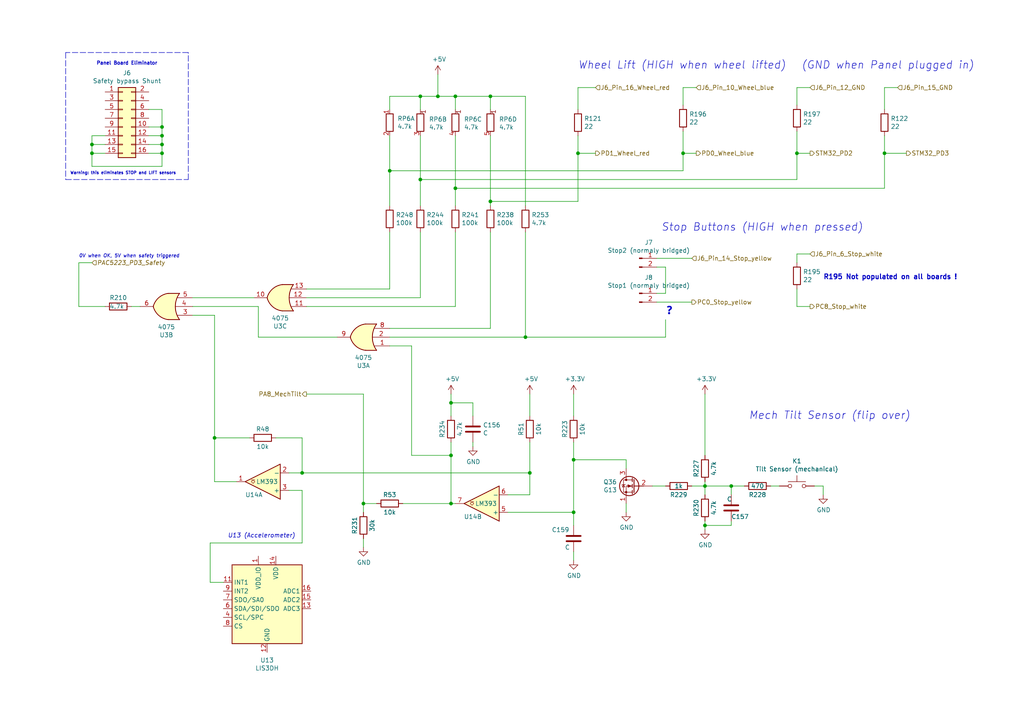
<source format=kicad_sch>
(kicad_sch (version 20211123) (generator eeschema)
  (paper "A4")
  (lib_symbols
    (symbol "4xxx:4075" (pin_names (offset 1.016))
      (property "Reference" "U" (at 0 1.27 0))
      (property "Value" "4075" (at 0 -1.27 0))
      (symbol "4075_1_1"
        (arc (start -3.81 -3.81) (mid -2.589 0) (end -3.81 3.81) (stroke (width 0.254)))
        (arc (start -0.6096 -3.81) (mid 2.1842 -2.5851) (end 3.81 0) (stroke (width 0.254)) (fill (type background)))
        (polyline (pts (xy -3.81 -3.81) (xy -0.635 -3.81)) (stroke (width 0.254)) (fill (type background)))
        (polyline (pts (xy -3.81 3.81) (xy -0.635 3.81)) (stroke (width 0.254)) (fill (type background)))
        (polyline (pts (xy -0.635 3.81) (xy -3.81 3.81) (xy -3.81 3.81) (xy -3.556 3.4036) (xy -3.0226 2.2606) (xy -2.6924 1.0414) (xy -2.6162 -0.254) (xy -2.7686 -1.4986) (xy -3.175 -2.7178) (xy -3.81 -3.81) (xy -3.81 -3.81) (xy -0.635 -3.81)) (stroke (width -25.4)) (fill (type background)))
        (arc (start 3.81 0) (mid 2.1915 2.5936) (end -0.6096 3.81) (stroke (width 0.254)) (fill (type background)))
        (pin input line (at -7.62 2.54 0) (length 4.318) (name "~") (number "1"))
        (pin input line (at -7.62 0 0) (length 4.953) (name "~") (number "2"))
        (pin input line (at -7.62 -2.54 0) (length 4.318) (name "~") (number "8"))
        (pin output line (at 7.62 0 180) (length 3.81) (name "~") (number "9"))
      )
      (symbol "4075_1_2"
        (arc (start 0 -3.81) (mid 3.81 0) (end 0 3.81) (stroke (width 0.254)) (fill (type background)))
        (polyline (pts (xy 0 3.81) (xy -3.81 3.81) (xy -3.81 -3.81) (xy 0 -3.81)) (stroke (width 0.254)) (fill (type background)))
        (pin input inverted (at -7.62 2.54 0) (length 3.81) (name "~") (number "1"))
        (pin input inverted (at -7.62 0 0) (length 3.81) (name "~") (number "2"))
        (pin input inverted (at -7.62 -2.54 0) (length 3.81) (name "~") (number "8"))
        (pin output inverted (at 7.62 0 180) (length 3.81) (name "~") (number "9"))
      )
      (symbol "4075_2_1"
        (arc (start -3.81 -3.81) (mid -2.589 0) (end -3.81 3.81) (stroke (width 0.254)))
        (arc (start -0.6096 -3.81) (mid 2.1842 -2.5851) (end 3.81 0) (stroke (width 0.254)) (fill (type background)))
        (polyline (pts (xy -3.81 -3.81) (xy -0.635 -3.81)) (stroke (width 0.254)) (fill (type background)))
        (polyline (pts (xy -3.81 3.81) (xy -0.635 3.81)) (stroke (width 0.254)) (fill (type background)))
        (polyline (pts (xy -0.635 3.81) (xy -3.81 3.81) (xy -3.81 3.81) (xy -3.556 3.4036) (xy -3.0226 2.2606) (xy -2.6924 1.0414) (xy -2.6162 -0.254) (xy -2.7686 -1.4986) (xy -3.175 -2.7178) (xy -3.81 -3.81) (xy -3.81 -3.81) (xy -0.635 -3.81)) (stroke (width -25.4)) (fill (type background)))
        (arc (start 3.81 0) (mid 2.1915 2.5936) (end -0.6096 3.81) (stroke (width 0.254)) (fill (type background)))
        (pin input line (at -7.62 2.54 0) (length 4.318) (name "~") (number "3"))
        (pin input line (at -7.62 0 0) (length 4.953) (name "~") (number "4"))
        (pin input line (at -7.62 -2.54 0) (length 4.318) (name "~") (number "5"))
        (pin output line (at 7.62 0 180) (length 3.81) (name "~") (number "6"))
      )
      (symbol "4075_2_2"
        (arc (start 0 -3.81) (mid 3.81 0) (end 0 3.81) (stroke (width 0.254)) (fill (type background)))
        (polyline (pts (xy 0 3.81) (xy -3.81 3.81) (xy -3.81 -3.81) (xy 0 -3.81)) (stroke (width 0.254)) (fill (type background)))
        (pin input inverted (at -7.62 2.54 0) (length 3.81) (name "~") (number "3"))
        (pin input inverted (at -7.62 0 0) (length 3.81) (name "~") (number "4"))
        (pin input inverted (at -7.62 -2.54 0) (length 3.81) (name "~") (number "5"))
        (pin output inverted (at 7.62 0 180) (length 3.81) (name "~") (number "6"))
      )
      (symbol "4075_3_1"
        (arc (start -3.81 -3.81) (mid -2.589 0) (end -3.81 3.81) (stroke (width 0.254)))
        (arc (start -0.6096 -3.81) (mid 2.1842 -2.5851) (end 3.81 0) (stroke (width 0.254)) (fill (type background)))
        (polyline (pts (xy -3.81 -3.81) (xy -0.635 -3.81)) (stroke (width 0.254)) (fill (type background)))
        (polyline (pts (xy -3.81 3.81) (xy -0.635 3.81)) (stroke (width 0.254)) (fill (type background)))
        (polyline (pts (xy -0.635 3.81) (xy -3.81 3.81) (xy -3.81 3.81) (xy -3.556 3.4036) (xy -3.0226 2.2606) (xy -2.6924 1.0414) (xy -2.6162 -0.254) (xy -2.7686 -1.4986) (xy -3.175 -2.7178) (xy -3.81 -3.81) (xy -3.81 -3.81) (xy -0.635 -3.81)) (stroke (width -25.4)) (fill (type background)))
        (arc (start 3.81 0) (mid 2.1915 2.5936) (end -0.6096 3.81) (stroke (width 0.254)) (fill (type background)))
        (pin output line (at 7.62 0 180) (length 3.81) (name "~") (number "10"))
        (pin input line (at -7.62 2.54 0) (length 4.318) (name "~") (number "11"))
        (pin input line (at -7.62 0 0) (length 4.953) (name "~") (number "12"))
        (pin input line (at -7.62 -2.54 0) (length 4.318) (name "~") (number "13"))
      )
      (symbol "4075_3_2"
        (arc (start 0 -3.81) (mid 3.81 0) (end 0 3.81) (stroke (width 0.254)) (fill (type background)))
        (polyline (pts (xy 0 3.81) (xy -3.81 3.81) (xy -3.81 -3.81) (xy 0 -3.81)) (stroke (width 0.254)) (fill (type background)))
        (pin output inverted (at 7.62 0 180) (length 3.81) (name "~") (number "10"))
        (pin input inverted (at -7.62 2.54 0) (length 3.81) (name "~") (number "11"))
        (pin input inverted (at -7.62 0 0) (length 3.81) (name "~") (number "12"))
        (pin input inverted (at -7.62 -2.54 0) (length 3.81) (name "~") (number "13"))
      )
      (symbol "4075_4_0"
        (pin power_in line (at 0 12.7 270) (length 5.08) (name "VDD") (number "14"))
        (pin power_in line (at 0 -12.7 90) (length 5.08) (name "VSS") (number "7"))
      )
      (symbol "4075_4_1"
        (rectangle (start -5.08 7.62) (end 5.08 -7.62) (stroke (width 0.254)) (fill (type background)))
      )
    )
    (symbol "Comparator:LM393" (pin_names (offset 0.127))
      (property "Reference" "U" (at 3.81 3.81 0))
      (property "Value" "LM393" (at 6.35 -3.81 0))
      (symbol "LM393_1_1"
        (polyline (pts (xy -5.08 5.08) (xy 5.08 0) (xy -5.08 -5.08) (xy -5.08 5.08)) (stroke (width 0.254)) (fill (type background)))
        (polyline (pts (xy 3.302 -0.508) (xy 2.794 -0.508) (xy 3.302 0) (xy 2.794 0.508) (xy 2.286 0) (xy 2.794 -0.508) (xy 2.286 -0.508)) (stroke (width 0.127)))
        (pin open_collector line (at 7.62 0 180) (length 2.54) (name "~") (number "1"))
        (pin input line (at -7.62 -2.54 0) (length 2.54) (name "-") (number "2"))
        (pin input line (at -7.62 2.54 0) (length 2.54) (name "+") (number "3"))
      )
      (symbol "LM393_2_1"
        (polyline (pts (xy -5.08 5.08) (xy 5.08 0) (xy -5.08 -5.08) (xy -5.08 5.08)) (stroke (width 0.254)) (fill (type background)))
        (polyline (pts (xy 3.302 -0.508) (xy 2.794 -0.508) (xy 3.302 0) (xy 2.794 0.508) (xy 2.286 0) (xy 2.794 -0.508) (xy 2.286 -0.508)) (stroke (width 0.127)))
        (pin input line (at -7.62 2.54 0) (length 2.54) (name "+") (number "5"))
        (pin input line (at -7.62 -2.54 0) (length 2.54) (name "-") (number "6"))
        (pin open_collector line (at 7.62 0 180) (length 2.54) (name "~") (number "7"))
      )
      (symbol "LM393_3_1"
        (pin power_in line (at -2.54 -7.62 90) (length 3.81) (name "V-") (number "4"))
        (pin power_in line (at -2.54 7.62 270) (length 3.81) (name "V+") (number "8"))
      )
    )
    (symbol "Connector:Conn_01x02_Male" (pin_names (offset 1.016) hide)
      (property "Reference" "J" (at 0 2.54 0))
      (property "Value" "Conn_01x02_Male" (at 0 -5.08 0))
      (symbol "Conn_01x02_Male_1_1"
        (polyline (pts (xy 1.27 -2.54) (xy 0.8636 -2.54)) (stroke (width 0.1524)))
        (polyline (pts (xy 1.27 0) (xy 0.8636 0)) (stroke (width 0.1524)))
        (rectangle (start 0.8636 -2.413) (end 0 -2.667) (stroke (width 0.1524)) (fill (type outline)))
        (rectangle (start 0.8636 0.127) (end 0 -0.127) (stroke (width 0.1524)) (fill (type outline)))
        (pin passive line (at 5.08 0 180) (length 3.81) (name "Pin_1") (number "1"))
        (pin passive line (at 5.08 -2.54 180) (length 3.81) (name "Pin_2") (number "2"))
      )
    )
    (symbol "Connector_Generic:Conn_02x08_Odd_Even" (pin_names (offset 1.016) hide)
      (property "Reference" "J" (at 1.27 10.16 0))
      (property "Value" "Conn_02x08_Odd_Even" (at 1.27 -12.7 0))
      (symbol "Conn_02x08_Odd_Even_1_1"
        (rectangle (start -1.27 -10.033) (end 0 -10.287) (stroke (width 0.1524)))
        (rectangle (start -1.27 -7.493) (end 0 -7.747) (stroke (width 0.1524)))
        (rectangle (start -1.27 -4.953) (end 0 -5.207) (stroke (width 0.1524)))
        (rectangle (start -1.27 -2.413) (end 0 -2.667) (stroke (width 0.1524)))
        (rectangle (start -1.27 0.127) (end 0 -0.127) (stroke (width 0.1524)))
        (rectangle (start -1.27 2.667) (end 0 2.413) (stroke (width 0.1524)))
        (rectangle (start -1.27 5.207) (end 0 4.953) (stroke (width 0.1524)))
        (rectangle (start -1.27 7.747) (end 0 7.493) (stroke (width 0.1524)))
        (rectangle (start -1.27 8.89) (end 3.81 -11.43) (stroke (width 0.254)) (fill (type background)))
        (rectangle (start 3.81 -10.033) (end 2.54 -10.287) (stroke (width 0.1524)))
        (rectangle (start 3.81 -7.493) (end 2.54 -7.747) (stroke (width 0.1524)))
        (rectangle (start 3.81 -4.953) (end 2.54 -5.207) (stroke (width 0.1524)))
        (rectangle (start 3.81 -2.413) (end 2.54 -2.667) (stroke (width 0.1524)))
        (rectangle (start 3.81 0.127) (end 2.54 -0.127) (stroke (width 0.1524)))
        (rectangle (start 3.81 2.667) (end 2.54 2.413) (stroke (width 0.1524)))
        (rectangle (start 3.81 5.207) (end 2.54 4.953) (stroke (width 0.1524)))
        (rectangle (start 3.81 7.747) (end 2.54 7.493) (stroke (width 0.1524)))
        (pin passive line (at -5.08 7.62 0) (length 3.81) (name "Pin_1") (number "1"))
        (pin passive line (at 7.62 -2.54 180) (length 3.81) (name "Pin_10") (number "10"))
        (pin passive line (at -5.08 -5.08 0) (length 3.81) (name "Pin_11") (number "11"))
        (pin passive line (at 7.62 -5.08 180) (length 3.81) (name "Pin_12") (number "12"))
        (pin passive line (at -5.08 -7.62 0) (length 3.81) (name "Pin_13") (number "13"))
        (pin passive line (at 7.62 -7.62 180) (length 3.81) (name "Pin_14") (number "14"))
        (pin passive line (at -5.08 -10.16 0) (length 3.81) (name "Pin_15") (number "15"))
        (pin passive line (at 7.62 -10.16 180) (length 3.81) (name "Pin_16") (number "16"))
        (pin passive line (at 7.62 7.62 180) (length 3.81) (name "Pin_2") (number "2"))
        (pin passive line (at -5.08 5.08 0) (length 3.81) (name "Pin_3") (number "3"))
        (pin passive line (at 7.62 5.08 180) (length 3.81) (name "Pin_4") (number "4"))
        (pin passive line (at -5.08 2.54 0) (length 3.81) (name "Pin_5") (number "5"))
        (pin passive line (at 7.62 2.54 180) (length 3.81) (name "Pin_6") (number "6"))
        (pin passive line (at -5.08 0 0) (length 3.81) (name "Pin_7") (number "7"))
        (pin passive line (at 7.62 0 180) (length 3.81) (name "Pin_8") (number "8"))
        (pin passive line (at -5.08 -2.54 0) (length 3.81) (name "Pin_9") (number "9"))
      )
    )
    (symbol "Device:C" (pin_numbers hide) (pin_names (offset 0.254))
      (property "Reference" "C" (at 0.635 2.54 0))
      (property "Value" "C" (at 0.635 -2.54 0))
      (symbol "C_0_1"
        (polyline (pts (xy -2.032 -0.762) (xy 2.032 -0.762)) (stroke (width 0.508)))
        (polyline (pts (xy -2.032 0.762) (xy 2.032 0.762)) (stroke (width 0.508)))
      )
      (symbol "C_1_1"
        (pin passive line (at 0 3.81 270) (length 2.794) (name "~") (number "1"))
        (pin passive line (at 0 -3.81 90) (length 2.794) (name "~") (number "2"))
      )
    )
    (symbol "Device:Q_NMOS_SGD" (pin_names (offset 0) hide)
      (property "Reference" "Q" (at 5.08 1.27 0))
      (property "Value" "Q_NMOS_SGD" (at 5.08 -1.27 0))
      (symbol "Q_NMOS_SGD_0_1"
        (polyline (pts (xy 0.254 0) (xy -2.54 0)))
        (polyline (pts (xy 0.254 1.905) (xy 0.254 -1.905)) (stroke (width 0.254)))
        (polyline (pts (xy 0.762 -1.27) (xy 0.762 -2.286)) (stroke (width 0.254)))
        (polyline (pts (xy 0.762 0.508) (xy 0.762 -0.508)) (stroke (width 0.254)))
        (polyline (pts (xy 0.762 2.286) (xy 0.762 1.27)) (stroke (width 0.254)))
        (polyline (pts (xy 2.54 2.54) (xy 2.54 1.778)))
        (polyline (pts (xy 2.54 -2.54) (xy 2.54 0) (xy 0.762 0)))
        (polyline (pts (xy 0.762 -1.778) (xy 3.302 -1.778) (xy 3.302 1.778) (xy 0.762 1.778)))
        (polyline (pts (xy 1.016 0) (xy 2.032 0.381) (xy 2.032 -0.381) (xy 1.016 0)) (fill (type outline)))
        (polyline (pts (xy 2.794 0.508) (xy 2.921 0.381) (xy 3.683 0.381) (xy 3.81 0.254)))
        (polyline (pts (xy 3.302 0.381) (xy 2.921 -0.254) (xy 3.683 -0.254) (xy 3.302 0.381)))
        (circle (center 1.651 0) (radius 2.794) (stroke (width 0.254)))
        (circle (center 2.54 -1.778) (radius 0.254) (fill (type outline)))
        (circle (center 2.54 1.778) (radius 0.254) (fill (type outline)))
      )
      (symbol "Q_NMOS_SGD_1_1"
        (pin passive line (at 2.54 -5.08 90) (length 2.54) (name "S") (number "1"))
        (pin input line (at -5.08 0 0) (length 5.08) (name "G") (number "2"))
        (pin passive line (at 2.54 5.08 270) (length 2.54) (name "D") (number "3"))
      )
    )
    (symbol "Device:R" (pin_numbers hide) (pin_names (offset 0))
      (property "Reference" "R" (at 2.032 0 90))
      (property "Value" "R" (at 0 0 90))
      (symbol "R_0_1"
        (rectangle (start -1.016 -2.54) (end 1.016 2.54) (stroke (width 0.254)))
      )
      (symbol "R_1_1"
        (pin passive line (at 0 3.81 270) (length 1.27) (name "~") (number "1"))
        (pin passive line (at 0 -3.81 90) (length 1.27) (name "~") (number "2"))
      )
    )
    (symbol "Device:R_Network04_Split" (pin_names (offset 0) hide)
      (property "Reference" "RN" (at 2.032 0 90))
      (property "Value" "R_Network04_Split" (at 0 0 90))
      (symbol "R_Network04_Split_0_1"
        (rectangle (start 1.016 2.54) (end -1.016 -2.54) (stroke (width 0.254)))
      )
      (symbol "R_Network04_Split_1_1"
        (pin passive line (at 0 3.81 270) (length 1.27) (name "R1.1") (number "1"))
        (pin passive line (at 0 -3.81 90) (length 1.27) (name "R1.2") (number "2"))
      )
      (symbol "R_Network04_Split_2_1"
        (polyline (pts (xy 0 2.54) (xy 0 3.81)))
        (text "1" (at 0.889 3.175 900) (effects (font (size 1.27 1.27))))
        (pin passive line (at 0 -3.81 90) (length 1.27) (name "R2.2") (number "3"))
      )
      (symbol "R_Network04_Split_3_1"
        (polyline (pts (xy 0 2.54) (xy 0 3.81)))
        (text "1" (at 0.889 3.175 900) (effects (font (size 1.27 1.27))))
        (pin passive line (at 0 -3.81 90) (length 1.27) (name "R3.2") (number "4"))
      )
      (symbol "R_Network04_Split_4_1"
        (polyline (pts (xy 0 2.54) (xy 0 3.81)))
        (text "1" (at 0.889 3.175 900) (effects (font (size 1.27 1.27))))
        (pin passive line (at 0 -3.81 90) (length 1.27) (name "R4.2") (number "5"))
      )
    )
    (symbol "Sensor_Motion:LIS3DH"
      (property "Reference" "U" (at -7.62 11.43 0))
      (property "Value" "LIS3DH" (at 6.35 11.43 0))
      (symbol "LIS3DH_0_1"
        (rectangle (start -10.16 10.16) (end 10.16 -12.7) (stroke (width 0.254)) (fill (type background)))
      )
      (symbol "LIS3DH_1_1"
        (pin power_in line (at -2.54 12.7 270) (length 2.54) (name "VDD_IO") (number "1"))
        (pin passive line (at 0 -15.24 90) (length 2.54) hide (name "GND") (number "10"))
        (pin output line (at -12.7 5.08 0) (length 2.54) (name "INT1") (number "11"))
        (pin power_in line (at 0 -15.24 90) (length 2.54) (name "GND") (number "12"))
        (pin input line (at 12.7 -2.54 180) (length 2.54) (name "ADC3") (number "13"))
        (pin power_in line (at 2.54 12.7 270) (length 2.54) (name "VDD") (number "14"))
        (pin input line (at 12.7 0 180) (length 2.54) (name "ADC2") (number "15"))
        (pin input line (at 12.7 2.54 180) (length 2.54) (name "ADC1") (number "16"))
        (pin no_connect line (at 10.16 5.08 180) (length 2.54) hide (name "NC") (number "2"))
        (pin no_connect line (at 10.16 7.62 180) (length 2.54) hide (name "NC") (number "3"))
        (pin input line (at -12.7 -5.08 0) (length 2.54) (name "SCL/SPC") (number "4"))
        (pin passive line (at 0 -15.24 90) (length 2.54) hide (name "GND") (number "5"))
        (pin bidirectional line (at -12.7 -2.54 0) (length 2.54) (name "SDA/SDI/SDO") (number "6"))
        (pin bidirectional line (at -12.7 0 0) (length 2.54) (name "SDO/SA0") (number "7"))
        (pin input line (at -12.7 -7.62 0) (length 2.54) (name "CS") (number "8"))
        (pin output line (at -12.7 2.54 0) (length 2.54) (name "INT2") (number "9"))
      )
    )
    (symbol "Switch:SW_Push" (pin_numbers hide) (pin_names (offset 1.016) hide)
      (property "Reference" "SW" (at 1.27 2.54 0))
      (property "Value" "SW_Push" (at 0 -1.524 0))
      (symbol "SW_Push_0_1"
        (circle (center -2.032 0) (radius 0.508))
        (polyline (pts (xy 0 1.27) (xy 0 3.048)))
        (polyline (pts (xy 2.54 1.27) (xy -2.54 1.27)))
        (circle (center 2.032 0) (radius 0.508))
        (pin passive line (at -5.08 0 0) (length 2.54) (name "1") (number "1"))
        (pin passive line (at 5.08 0 180) (length 2.54) (name "2") (number "2"))
      )
    )
    (symbol "power:+3.3V" (power) (pin_names (offset 0))
      (property "Value" "+3.3V" (at 0 3.556 0))
      (symbol "+3.3V_0_1"
        (polyline (pts (xy -0.762 1.27) (xy 0 2.54)))
        (polyline (pts (xy 0 0) (xy 0 2.54)))
        (polyline (pts (xy 0 2.54) (xy 0.762 1.27)))
      )
      (symbol "+3.3V_1_1"
        (pin power_in line (at 0 0 90) (length 0) hide (name "+3.3V") (number "1"))
      )
    )
    (symbol "power:+5V" (power) (pin_names (offset 0))
      (property "Value" "+5V" (at 0 3.556 0))
      (symbol "+5V_0_1"
        (polyline (pts (xy -0.762 1.27) (xy 0 2.54)))
        (polyline (pts (xy 0 0) (xy 0 2.54)))
        (polyline (pts (xy 0 2.54) (xy 0.762 1.27)))
      )
      (symbol "+5V_1_1"
        (pin power_in line (at 0 0 90) (length 0) hide (name "+5V") (number "1"))
      )
    )
    (symbol "power:GND" (power) (pin_names (offset 0))
      (property "Value" "GND" (at 0 -3.81 0))
      (symbol "GND_0_1"
        (polyline (pts (xy 0 0) (xy 0 -1.27) (xy 1.27 -1.27) (xy 0 -2.54) (xy -1.27 -1.27) (xy 0 -1.27)))
      )
      (symbol "GND_1_1"
        (pin power_in line (at 0 0 270) (length 0) hide (name "GND") (number "1"))
      )
    )
  )
  (junction (at 46.99 39.37))
  (junction (at 204.47 152.4))
  (junction (at 105.41 146.05))
  (junction (at 152.4 97.79))
  (junction (at 87.63 137.16))
  (junction (at 167.64 44.45))
  (junction (at 166.37 133.35))
  (junction (at 198.12 44.45))
  (junction (at 121.92 52.07))
  (junction (at 113.03 49.53))
  (junction (at 46.99 36.83))
  (junction (at 130.81 132.08))
  (junction (at 46.99 44.45))
  (junction (at 142.24 27.94))
  (junction (at 26.67 41.91))
  (junction (at 256.54 44.45))
  (junction (at 132.08 27.94))
  (junction (at 153.67 137.16))
  (junction (at 204.47 140.97))
  (junction (at 231.14 44.45))
  (junction (at 121.92 27.94))
  (junction (at 62.23 127))
  (junction (at 130.81 146.05))
  (junction (at 127 27.94))
  (junction (at 142.24 58.42))
  (junction (at 132.08 54.61))
  (junction (at 26.67 44.45))
  (junction (at 130.81 116.84))
  (junction (at 166.37 148.59))
  (junction (at 212.09 140.97))
  (junction (at 46.99 41.91))
  (wire (pts (xy 193.04 77.47) (xy 193.04 85.09)))
  (wire (pts (xy 132.08 27.94) (xy 127 27.94)))
  (wire (pts (xy 46.99 36.83) (xy 46.99 39.37)))
  (wire (pts (xy 88.9 88.9) (xy 132.08 88.9)))
  (wire (pts (xy 22.86 88.9) (xy 22.86 76.2)))
  (wire (pts (xy 26.67 44.45) (xy 26.67 48.26)))
  (wire (pts (xy 212.09 143.51) (xy 212.09 140.97)))
  (wire (pts (xy 62.23 127) (xy 72.39 127)))
  (wire (pts (xy 83.82 142.24) (xy 87.63 142.24)))
  (wire (pts (xy 212.09 152.4) (xy 204.47 152.4)))
  (wire (pts (xy 256.54 31.75) (xy 256.54 25.4)))
  (wire (pts (xy 166.37 128.27) (xy 166.37 133.35)))
  (wire (pts (xy 204.47 152.4) (xy 204.47 153.67)))
  (wire (pts (xy 193.04 92.71) (xy 193.04 97.79)))
  (wire (pts (xy 181.61 135.89) (xy 181.61 133.35)))
  (polyline (pts (xy 54.61 15.24) (xy 19.05 15.24)))
  (wire (pts (xy 55.88 91.44) (xy 62.23 91.44)))
  (wire (pts (xy 142.24 67.31) (xy 142.24 95.25)))
  (wire (pts (xy 166.37 120.65) (xy 166.37 114.3)))
  (wire (pts (xy 152.4 97.79) (xy 193.04 97.79)))
  (wire (pts (xy 132.08 67.31) (xy 132.08 88.9)))
  (wire (pts (xy 43.18 39.37) (xy 46.99 39.37)))
  (wire (pts (xy 46.99 48.26) (xy 46.99 44.45)))
  (wire (pts (xy 88.9 114.3) (xy 105.41 114.3)))
  (wire (pts (xy 130.81 146.05) (xy 132.08 146.05)))
  (wire (pts (xy 262.89 44.45) (xy 256.54 44.45)))
  (wire (pts (xy 231.14 25.4) (xy 231.14 30.48)))
  (wire (pts (xy 113.03 49.53) (xy 113.03 59.69)))
  (wire (pts (xy 142.24 58.42) (xy 167.64 58.42)))
  (wire (pts (xy 97.79 97.79) (xy 74.93 97.79)))
  (wire (pts (xy 167.64 39.37) (xy 167.64 44.45)))
  (wire (pts (xy 30.48 39.37) (xy 26.67 39.37)))
  (wire (pts (xy 46.99 31.75) (xy 46.99 36.83)))
  (wire (pts (xy 119.38 132.08) (xy 130.81 132.08)))
  (wire (pts (xy 121.92 86.36) (xy 88.9 86.36)))
  (wire (pts (xy 198.12 44.45) (xy 198.12 49.53)))
  (wire (pts (xy 64.77 168.91) (xy 60.96 168.91)))
  (wire (pts (xy 113.03 39.37) (xy 113.03 49.53)))
  (wire (pts (xy 68.58 139.7) (xy 62.23 139.7)))
  (wire (pts (xy 256.54 44.45) (xy 256.54 54.61)))
  (wire (pts (xy 87.63 142.24) (xy 87.63 157.48)))
  (wire (pts (xy 121.92 52.07) (xy 231.14 52.07)))
  (wire (pts (xy 204.47 140.97) (xy 204.47 139.7)))
  (wire (pts (xy 46.99 44.45) (xy 43.18 44.45)))
  (wire (pts (xy 127 27.94) (xy 121.92 27.94)))
  (wire (pts (xy 153.67 114.3) (xy 153.67 120.65)))
  (polyline (pts (xy 54.61 52.07) (xy 54.61 15.24)))
  (wire (pts (xy 231.14 44.45) (xy 231.14 52.07)))
  (wire (pts (xy 142.24 31.75) (xy 142.24 27.94)))
  (wire (pts (xy 26.67 44.45) (xy 30.48 44.45)))
  (wire (pts (xy 130.81 114.3) (xy 130.81 116.84)))
  (wire (pts (xy 201.93 25.4) (xy 198.12 25.4)))
  (wire (pts (xy 236.22 140.97) (xy 238.76 140.97)))
  (wire (pts (xy 147.32 148.59) (xy 166.37 148.59)))
  (wire (pts (xy 132.08 39.37) (xy 132.08 54.61)))
  (wire (pts (xy 83.82 137.16) (xy 87.63 137.16)))
  (wire (pts (xy 172.72 25.4) (xy 167.64 25.4)))
  (wire (pts (xy 153.67 137.16) (xy 153.67 143.51)))
  (wire (pts (xy 231.14 73.66) (xy 231.14 76.2)))
  (wire (pts (xy 231.14 88.9) (xy 234.95 88.9)))
  (wire (pts (xy 26.67 41.91) (xy 26.67 44.45)))
  (wire (pts (xy 121.92 52.07) (xy 121.92 59.69)))
  (wire (pts (xy 226.06 140.97) (xy 223.52 140.97)))
  (wire (pts (xy 105.41 156.21) (xy 105.41 158.75)))
  (wire (pts (xy 121.92 67.31) (xy 121.92 86.36)))
  (wire (pts (xy 30.48 41.91) (xy 26.67 41.91)))
  (wire (pts (xy 204.47 151.13) (xy 204.47 152.4)))
  (wire (pts (xy 74.93 88.9) (xy 74.93 97.79)))
  (wire (pts (xy 231.14 38.1) (xy 231.14 44.45)))
  (wire (pts (xy 55.88 88.9) (xy 74.93 88.9)))
  (wire (pts (xy 46.99 39.37) (xy 46.99 41.91)))
  (wire (pts (xy 62.23 127) (xy 62.23 139.7)))
  (wire (pts (xy 234.95 44.45) (xy 231.14 44.45)))
  (wire (pts (xy 130.81 132.08) (xy 130.81 146.05)))
  (wire (pts (xy 142.24 39.37) (xy 142.24 58.42)))
  (wire (pts (xy 132.08 31.75) (xy 132.08 27.94)))
  (wire (pts (xy 152.4 27.94) (xy 142.24 27.94)))
  (wire (pts (xy 26.67 39.37) (xy 26.67 41.91)))
  (wire (pts (xy 212.09 140.97) (xy 215.9 140.97)))
  (wire (pts (xy 238.76 140.97) (xy 238.76 143.51)))
  (wire (pts (xy 87.63 127) (xy 87.63 137.16)))
  (wire (pts (xy 137.16 128.27) (xy 137.16 129.54)))
  (wire (pts (xy 132.08 54.61) (xy 256.54 54.61)))
  (wire (pts (xy 190.5 74.93) (xy 200.66 74.93)))
  (wire (pts (xy 193.04 85.09) (xy 190.5 85.09)))
  (polyline (pts (xy 19.05 15.24) (xy 19.05 52.07)))
  (wire (pts (xy 46.99 41.91) (xy 46.99 44.45)))
  (wire (pts (xy 113.03 49.53) (xy 198.12 49.53)))
  (wire (pts (xy 137.16 116.84) (xy 130.81 116.84)))
  (wire (pts (xy 204.47 114.3) (xy 204.47 132.08)))
  (wire (pts (xy 166.37 160.02) (xy 166.37 162.56)))
  (wire (pts (xy 43.18 41.91) (xy 46.99 41.91)))
  (wire (pts (xy 167.64 25.4) (xy 167.64 31.75)))
  (wire (pts (xy 190.5 77.47) (xy 193.04 77.47)))
  (wire (pts (xy 193.04 140.97) (xy 189.23 140.97)))
  (wire (pts (xy 55.88 86.36) (xy 73.66 86.36)))
  (wire (pts (xy 80.01 127) (xy 87.63 127)))
  (wire (pts (xy 113.03 95.25) (xy 142.24 95.25)))
  (wire (pts (xy 256.54 25.4) (xy 260.35 25.4)))
  (wire (pts (xy 113.03 83.82) (xy 88.9 83.82)))
  (wire (pts (xy 142.24 58.42) (xy 142.24 59.69)))
  (wire (pts (xy 119.38 100.33) (xy 119.38 132.08)))
  (wire (pts (xy 201.93 44.45) (xy 198.12 44.45)))
  (wire (pts (xy 132.08 54.61) (xy 132.08 59.69)))
  (wire (pts (xy 43.18 36.83) (xy 46.99 36.83)))
  (wire (pts (xy 22.86 76.2) (xy 26.67 76.2)))
  (wire (pts (xy 142.24 27.94) (xy 132.08 27.94)))
  (wire (pts (xy 152.4 27.94) (xy 152.4 59.69)))
  (wire (pts (xy 116.84 146.05) (xy 130.81 146.05)))
  (wire (pts (xy 166.37 133.35) (xy 166.37 148.59)))
  (wire (pts (xy 147.32 143.51) (xy 153.67 143.51)))
  (wire (pts (xy 152.4 67.31) (xy 152.4 97.79)))
  (wire (pts (xy 113.03 97.79) (xy 152.4 97.79)))
  (wire (pts (xy 212.09 151.13) (xy 212.09 152.4)))
  (wire (pts (xy 105.41 146.05) (xy 105.41 148.59)))
  (wire (pts (xy 60.96 168.91) (xy 60.96 157.48)))
  (polyline (pts (xy 19.05 52.07) (xy 54.61 52.07)))
  (wire (pts (xy 204.47 140.97) (xy 200.66 140.97)))
  (wire (pts (xy 62.23 91.44) (xy 62.23 127)))
  (wire (pts (xy 234.95 25.4) (xy 231.14 25.4)))
  (wire (pts (xy 234.95 73.66) (xy 231.14 73.66)))
  (wire (pts (xy 181.61 133.35) (xy 166.37 133.35)))
  (wire (pts (xy 113.03 27.94) (xy 113.03 31.75)))
  (wire (pts (xy 43.18 31.75) (xy 46.99 31.75)))
  (wire (pts (xy 113.03 100.33) (xy 119.38 100.33)))
  (wire (pts (xy 130.81 116.84) (xy 130.81 120.65)))
  (wire (pts (xy 130.81 128.27) (xy 130.81 132.08)))
  (wire (pts (xy 121.92 52.07) (xy 121.92 39.37)))
  (wire (pts (xy 60.96 157.48) (xy 87.63 157.48)))
  (wire (pts (xy 153.67 128.27) (xy 153.67 137.16)))
  (wire (pts (xy 87.63 137.16) (xy 153.67 137.16)))
  (wire (pts (xy 231.14 83.82) (xy 231.14 88.9)))
  (wire (pts (xy 204.47 140.97) (xy 212.09 140.97)))
  (wire (pts (xy 137.16 120.65) (xy 137.16 116.84)))
  (wire (pts (xy 167.64 58.42) (xy 167.64 44.45)))
  (wire (pts (xy 198.12 25.4) (xy 198.12 30.48)))
  (wire (pts (xy 198.12 38.1) (xy 198.12 44.45)))
  (wire (pts (xy 166.37 148.59) (xy 166.37 152.4)))
  (wire (pts (xy 113.03 67.31) (xy 113.03 83.82)))
  (wire (pts (xy 256.54 39.37) (xy 256.54 44.45)))
  (wire (pts (xy 105.41 114.3) (xy 105.41 146.05)))
  (wire (pts (xy 26.67 48.26) (xy 46.99 48.26)))
  (wire (pts (xy 204.47 140.97) (xy 204.47 143.51)))
  (wire (pts (xy 109.22 146.05) (xy 105.41 146.05)))
  (wire (pts (xy 121.92 27.94) (xy 113.03 27.94)))
  (wire (pts (xy 181.61 146.05) (xy 181.61 148.59)))
  (wire (pts (xy 190.5 87.63) (xy 200.66 87.63)))
  (wire (pts (xy 22.86 88.9) (xy 30.48 88.9)))
  (wire (pts (xy 121.92 31.75) (xy 121.92 27.94)))
  (wire (pts (xy 172.72 44.45) (xy 167.64 44.45)))
  (wire (pts (xy 127 21.59) (xy 127 27.94)))
  (wire (pts (xy 40.64 88.9) (xy 38.1 88.9)))
  (text "U13 (Accelerometer)" (at 66.04 156.21 0) (effects (font (size 1.2446 1.2446) italic) (justify left bottom)))
  (text "Stop Buttons (HIGH when pressed)" (at 191.77 67.31 0) (effects (font (size 2.2098 2.2098) italic) (justify left bottom)))
  (text "R195 Not populated on all boards !" (at 238.76 81.28 0) (effects (font (size 1.397 1.397) (thickness 0.2794) bold) (justify left bottom)))
  (text "Panel Board Eliminator" (at 27.94 19.05 0) (effects (font (size 0.9906 0.9906) (thickness 0.1981) bold) (justify left bottom)))
  (text "(GND when Panel plugged in)" (at 232.41 20.32 0) (effects (font (size 2.2098 2.2098) italic) (justify left bottom)))
  (text "Warning: this eliminates STOP and LIFT sensors" (at 20.32 50.8 0) (effects (font (size 0.8382 0.8382) (thickness 0.1676) bold) (justify left bottom)))
  (text "Wheel Lift (HIGH when wheel lifted)" (at 167.64 20.32 0) (effects (font (size 2.2098 2.2098) italic) (justify left bottom)))
  (text "?" (at 193.04 91.44 0) (effects (font (size 2.0066 2.0066) (thickness 0.4013) bold) (justify left bottom)))
  (text "0V when OK, 5V when safety triggered" (at 22.86 74.93 0) (effects (font (size 0.9906 0.9906) italic) (justify left bottom)))
  (text "Mech Tilt Sensor (flip over)" (at 217.17 121.92 0) (effects (font (size 2.2098 2.2098) italic) (justify left bottom)))
  (hierarchical_label "J6_Pin_14_Stop_yellow" (shape input) (at 200.66 74.93 0))
  (hierarchical_label "STM32_PD2" (shape output) (at 234.95 44.45 0))
  (hierarchical_label "PD0_Wheel_blue" (shape output) (at 201.93 44.45 0))
  (hierarchical_label "J6_Pin_16_Wheel_red" (shape input) (at 172.72 25.4 0))
  (hierarchical_label "J6_Pin_15_GND" (shape input) (at 260.35 25.4 0))
  (hierarchical_label "STM32_PD3" (shape output) (at 262.89 44.45 0))
  (hierarchical_label "J6_Pin_10_Wheel_blue" (shape input) (at 201.93 25.4 0))
  (hierarchical_label "PC8_Stop_white" (shape output) (at 234.95 88.9 0))
  (hierarchical_label "PA8_MechTilt" (shape output) (at 88.9 114.3 180))
  (hierarchical_label "PAC5223_PD3_Safety" (shape input) (at 26.67 76.2 0) (effects (font (size 1.2446 1.2446) italic)))
  (hierarchical_label "PC0_Stop_yellow" (shape output) (at 200.66 87.63 0))
  (hierarchical_label "J6_Pin_12_GND" (shape input) (at 234.95 25.4 0))
  (hierarchical_label "PD1_Wheel_red" (shape output) (at 172.72 44.45 0))
  (hierarchical_label "J6_Pin_6_Stop_white" (shape input) (at 234.95 73.66 0))
  (symbol (lib_id "Device:R") (at 198.12 34.29 0) (unit 1)
    (property "Reference" "R196" (at 199.898 33.1216 0) (effects (justify left)))
    (property "Value" "22" (at 199.898 35.433 0) (effects (justify left)))
  )
  (symbol (lib_id "Connector:Conn_01x02_Male") (at 185.42 74.93 0) (unit 1)
    (property "Reference" "J7" (at 188.1632 70.3326 0))
    (property "Value" "Stop2 (normaly bridged)" (at 188.1632 72.644 0))
  )
  (symbol (lib_id "Connector:Conn_01x02_Male") (at 185.42 85.09 0) (unit 1)
    (property "Reference" "J8" (at 188.1632 80.4926 0))
    (property "Value" "Stop1 (normaly bridged)" (at 188.1632 82.804 0))
  )
  (symbol (lib_id "Device:R") (at 152.4 63.5 0) (unit 1)
    (property "Reference" "R253" (at 154.178 62.3316 0) (effects (justify left)))
    (property "Value" "4.7k" (at 154.178 64.643 0) (effects (justify left)))
  )
  (symbol (lib_id "Device:R") (at 142.24 63.5 0) (unit 1)
    (property "Reference" "R238" (at 144.018 62.3316 0) (effects (justify left)))
    (property "Value" "100k" (at 144.018 64.643 0) (effects (justify left)))
  )
  (symbol (lib_id "Device:R") (at 132.08 63.5 0) (unit 1)
    (property "Reference" "R241" (at 133.858 62.3316 0) (effects (justify left)))
    (property "Value" "100k" (at 133.858 64.643 0) (effects (justify left)))
  )
  (symbol (lib_id "Device:R") (at 113.03 63.5 0) (unit 1)
    (property "Reference" "R248" (at 114.808 62.3316 0) (effects (justify left)))
    (property "Value" "100k" (at 114.808 64.643 0) (effects (justify left)))
  )
  (symbol (lib_id "Device:R") (at 121.92 63.5 0) (unit 1)
    (property "Reference" "R244" (at 123.698 62.3316 0) (effects (justify left)))
    (property "Value" "100k" (at 123.698 64.643 0) (effects (justify left)))
  )
  (symbol (lib_id "Device:R") (at 231.14 80.01 0) (unit 1)
    (property "Reference" "R195" (at 232.918 78.8416 0) (effects (justify left)))
    (property "Value" "22" (at 232.918 81.153 0) (effects (justify left)))
  )
  (symbol (lib_id "Device:R") (at 256.54 35.56 0) (unit 1)
    (property "Reference" "R122" (at 258.318 34.3916 0) (effects (justify left)))
    (property "Value" "22" (at 258.318 36.703 0) (effects (justify left)))
  )
  (symbol (lib_id "Device:R") (at 231.14 34.29 0) (unit 1)
    (property "Reference" "R197" (at 232.918 33.1216 0) (effects (justify left)))
    (property "Value" "22" (at 232.918 35.433 0) (effects (justify left)))
  )
  (symbol (lib_id "Comparator:LM393") (at 76.2 139.7 180) (unit 1)
    (property "Reference" "U14" (at 73.66 143.51 0))
    (property "Value" "LM393" (at 77.47 139.7 0))
    (property "Datasheet" "http://www.ti.com/lit/ds/symlink/lm393.pdf" (effects hide))
  )
  (symbol (lib_id "Comparator:LM393") (at 139.7 146.05 180) (unit 2)
    (property "Reference" "U14" (at 137.16 149.86 0))
    (property "Value" "LM393" (at 140.97 146.05 0))
    (property "Datasheet" "http://www.ti.com/lit/ds/symlink/lm393.pdf" (effects hide))
  )
  (symbol (lib_id "Switch:SW_Push") (at 231.14 140.97 0) (unit 1)
    (property "Reference" "K1" (at 231.14 133.731 0))
    (property "Value" "Tilt Sensor (mechanical)" (at 231.14 136.0424 0))
  )
  (symbol (lib_id "power:GND") (at 238.76 143.51 0) (unit 1)
    (property "Reference" "#PWR?" (effects hide))
    (property "Value" "GND" (at 238.887 147.9042 0))
  )
  (symbol (lib_id "Device:R") (at 219.71 140.97 270) (unit 1)
    (property "Reference" "R228" (at 219.71 143.51 90))
    (property "Value" "470" (at 219.71 140.97 90))
  )
  (symbol (lib_id "Device:R") (at 204.47 135.89 180) (unit 1)
    (property "Reference" "R227" (at 201.93 135.89 90))
    (property "Value" "4.7k" (at 207.01 135.89 90))
  )
  (symbol (lib_id "power:+3.3V") (at 204.47 114.3 0) (unit 1)
    (property "Reference" "#PWR?" (effects hide))
    (property "Value" "+3.3V" (at 204.851 109.9058 0))
  )
  (symbol (lib_id "Device:R") (at 204.47 147.32 180) (unit 1)
    (property "Reference" "R230" (at 201.93 147.32 90))
    (property "Value" "4.7k" (at 207.01 147.32 90))
  )
  (symbol (lib_id "power:GND") (at 204.47 153.67 0) (unit 1)
    (property "Reference" "#PWR?" (effects hide))
    (property "Value" "GND" (at 204.597 158.0642 0))
  )
  (symbol (lib_id "Device:R") (at 196.85 140.97 270) (unit 1)
    (property "Reference" "R229" (at 196.85 143.51 90))
    (property "Value" "1k" (at 196.85 140.97 90))
  )
  (symbol (lib_id "Device:Q_NMOS_SGD") (at 184.15 140.97 0) (mirror y) (unit 1)
    (property "Reference" "Q36" (at 178.943 139.8016 0) (effects (justify left)))
    (property "Value" "G13" (at 178.943 142.113 0) (effects (justify left)))
  )
  (symbol (lib_id "power:GND") (at 181.61 148.59 0) (unit 1)
    (property "Reference" "#PWR?" (effects hide))
    (property "Value" "GND" (at 181.737 152.9842 0))
  )
  (symbol (lib_id "Device:R") (at 166.37 124.46 180) (unit 1)
    (property "Reference" "R223" (at 163.83 124.46 90))
    (property "Value" "10k" (at 168.91 124.46 90))
  )
  (symbol (lib_id "power:+3.3V") (at 166.37 114.3 0) (unit 1)
    (property "Reference" "#PWR?" (effects hide))
    (property "Value" "+3.3V" (at 166.751 109.9058 0))
  )
  (symbol (lib_id "Device:C") (at 166.37 156.21 0) (unit 1)
    (property "Reference" "C159" (at 160.02 153.67 0) (effects (justify left)))
    (property "Value" "C" (at 163.83 158.75 0) (effects (justify left)))
  )
  (symbol (lib_id "power:GND") (at 166.37 162.56 0) (unit 1)
    (property "Reference" "#PWR?" (effects hide))
    (property "Value" "GND" (at 166.497 166.9542 0))
  )
  (symbol (lib_id "Device:C") (at 212.09 147.32 0) (unit 1)
    (property "Reference" "C157" (at 212.09 149.86 0) (effects (justify left)))
    (property "Value" "C" (at 210.82 144.78 0) (effects (justify left)))
  )
  (symbol (lib_id "Device:R") (at 153.67 124.46 180) (unit 1)
    (property "Reference" "R51" (at 151.13 124.46 90))
    (property "Value" "10k" (at 156.21 124.46 90))
  )
  (symbol (lib_id "power:+5V") (at 153.67 114.3 0) (unit 1)
    (property "Reference" "#PWR?" (effects hide))
    (property "Value" "+5V" (at 154.051 109.9058 0))
  )
  (symbol (lib_id "Device:R") (at 76.2 127 90) (unit 1)
    (property "Reference" "R48" (at 76.2 124.46 90))
    (property "Value" "10k" (at 76.2 129.54 90))
  )
  (symbol (lib_id "4xxx:4075") (at 105.41 97.79 180) (unit 1)
    (property "Reference" "U3" (at 105.41 106.045 0))
    (property "Value" "4075" (at 105.41 103.7336 0))
    (property "Datasheet" "http://www.intersil.com/content/dam/Intersil/documents/cd40/cd4071bms-72bms-75bms.pdf" (effects hide))
  )
  (symbol (lib_id "4xxx:4075") (at 48.26 88.9 180) (unit 2)
    (property "Reference" "U3" (at 48.26 97.155 0))
    (property "Value" "4075" (at 48.26 94.8436 0))
    (property "Datasheet" "http://www.intersil.com/content/dam/Intersil/documents/cd40/cd4071bms-72bms-75bms.pdf" (effects hide))
  )
  (symbol (lib_id "4xxx:4075") (at 81.28 86.36 180) (unit 3)
    (property "Reference" "U3" (at 81.28 94.615 0))
    (property "Value" "4075" (at 81.28 92.3036 0))
    (property "Datasheet" "http://www.intersil.com/content/dam/Intersil/documents/cd40/cd4071bms-72bms-75bms.pdf" (effects hide))
  )
  (symbol (lib_id "Device:R_Network04_Split") (at 113.03 35.56 0) (unit 1)
    (property "Reference" "RP6" (at 115.2652 34.3916 0) (effects (justify left)))
    (property "Value" "4.7k" (at 115.2652 36.703 0) (effects (justify left)))
    (property "Footprint" "Resistor_THT:R_Array_SIP5" (effects hide))
    (property "Datasheet" "http://www.vishay.com/docs/31509/csc.pdf" (effects hide))
  )
  (symbol (lib_id "Device:R_Network04_Split") (at 121.92 35.56 0) (unit 2)
    (property "Reference" "RP6" (at 124.4092 34.5948 0) (effects (justify left)))
    (property "Value" "4.7k" (at 124.4092 36.9062 0) (effects (justify left)))
    (property "Footprint" "Resistor_THT:R_Array_SIP5" (effects hide))
    (property "Datasheet" "http://www.vishay.com/docs/31509/csc.pdf" (effects hide))
  )
  (symbol (lib_id "Device:R_Network04_Split") (at 132.08 35.56 0) (unit 3)
    (property "Reference" "RP6" (at 134.5692 34.5948 0) (effects (justify left)))
    (property "Value" "4.7k" (at 134.5692 36.9062 0) (effects (justify left)))
    (property "Footprint" "Resistor_THT:R_Array_SIP5" (effects hide))
    (property "Datasheet" "http://www.vishay.com/docs/31509/csc.pdf" (effects hide))
  )
  (symbol (lib_id "Device:R_Network04_Split") (at 142.24 35.56 0) (unit 4)
    (property "Reference" "RP6" (at 144.7292 34.5948 0) (effects (justify left)))
    (property "Value" "4.7k" (at 144.7292 36.9062 0) (effects (justify left)))
    (property "Footprint" "Resistor_THT:R_Array_SIP5" (effects hide))
    (property "Datasheet" "http://www.vishay.com/docs/31509/csc.pdf" (effects hide))
  )
  (symbol (lib_id "power:+5V") (at 127 21.59 0) (unit 1)
    (property "Reference" "#PWR?" (effects hide))
    (property "Value" "+5V" (at 127.381 17.1958 0))
  )
  (symbol (lib_id "Device:R") (at 167.64 35.56 0) (unit 1)
    (property "Reference" "R121" (at 169.418 34.3916 0) (effects (justify left)))
    (property "Value" "22" (at 169.418 36.703 0) (effects (justify left)))
  )
  (symbol (lib_id "Device:R") (at 113.03 146.05 90) (unit 1)
    (property "Reference" "R53" (at 113.03 143.51 90))
    (property "Value" "10k" (at 113.03 148.59 90))
  )
  (symbol (lib_id "Device:R") (at 105.41 152.4 180) (unit 1)
    (property "Reference" "R231" (at 102.87 152.4 90))
    (property "Value" "30k" (at 107.95 152.4 90))
  )
  (symbol (lib_id "power:GND") (at 105.41 158.75 0) (unit 1)
    (property "Reference" "#PWR?" (effects hide))
    (property "Value" "GND" (at 105.537 163.1442 0))
  )
  (symbol (lib_id "Device:R") (at 130.81 124.46 180) (unit 1)
    (property "Reference" "R234" (at 128.27 124.46 90))
    (property "Value" "4.7k" (at 133.35 124.46 90))
  )
  (symbol (lib_id "power:+5V") (at 130.81 114.3 0) (unit 1)
    (property "Reference" "#PWR?" (effects hide))
    (property "Value" "+5V" (at 131.191 109.9058 0))
  )
  (symbol (lib_id "Device:C") (at 137.16 124.46 0) (unit 1)
    (property "Reference" "C156" (at 140.081 123.2916 0) (effects (justify left)))
    (property "Value" "C" (at 140.081 125.603 0) (effects (justify left)))
  )
  (symbol (lib_id "power:GND") (at 137.16 129.54 0) (unit 1)
    (property "Reference" "#PWR?" (effects hide))
    (property "Value" "GND" (at 137.287 133.9342 0))
  )
  (symbol (lib_id "Sensor_Motion:LIS3DH") (at 77.47 173.99 0) (unit 1)
    (property "Reference" "U13" (at 77.47 191.4906 0))
    (property "Value" "LIS3DH" (at 77.47 193.802 0))
    (property "Footprint" "Package_LGA:LGA-16_3x3mm_P0.5mm_LayoutBorder3x5y" (effects hide))
    (property "Datasheet" "https://www.st.com/resource/en/datasheet/cd00274221.pdf" (effects hide))
  )
  (symbol (lib_id "Device:R") (at 34.29 88.9 270) (unit 1)
    (property "Reference" "R210" (at 31.75 86.36 90) (effects (justify left)))
    (property "Value" "4.7k" (at 31.75 88.9 90) (effects (justify left)))
  )
  (symbol (lib_id "Connector_Generic:Conn_02x08_Odd_Even") (at 35.56 34.29 0) (unit 1)
    (property "Reference" "J6" (at 36.83 21.1582 0))
    (property "Value" "Safety bypass Shunt" (at 36.83 23.4696 0))
  )
)
</source>
